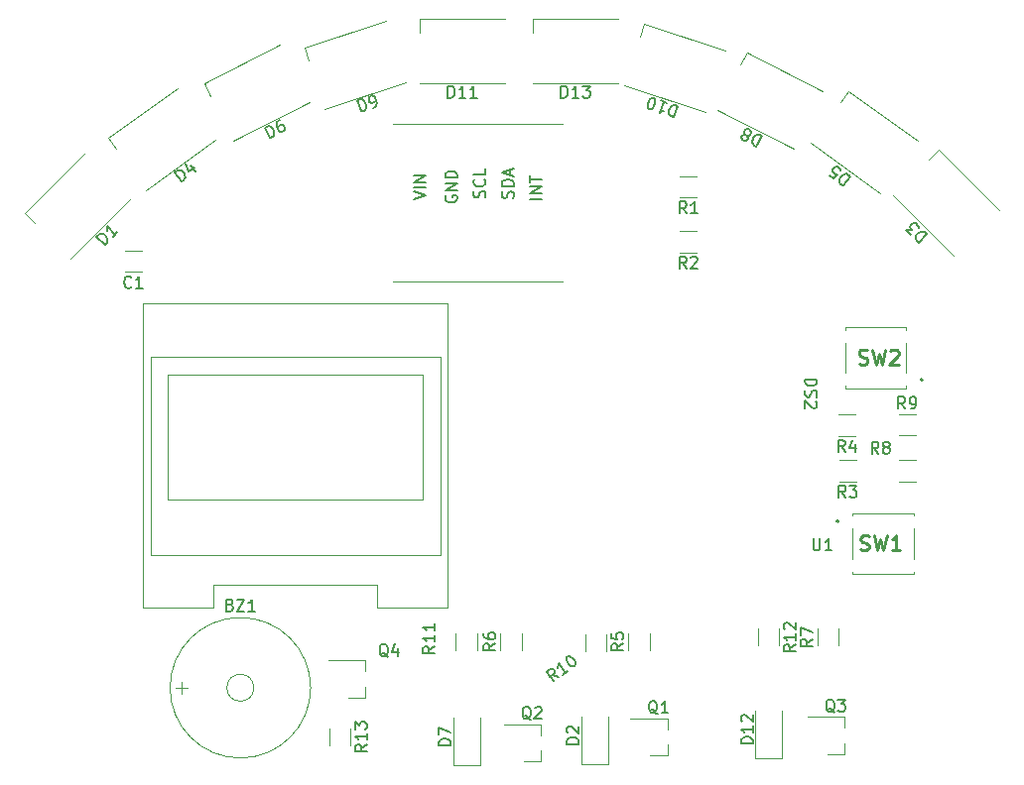
<source format=gbr>
%TF.GenerationSoftware,KiCad,Pcbnew,(5.99.0-13050-gf79cb382c4)*%
%TF.CreationDate,2021-11-18T10:13:38-08:00*%
%TF.ProjectId,S_Alarm,535f416c-6172-46d2-9e6b-696361645f70,rev?*%
%TF.SameCoordinates,Original*%
%TF.FileFunction,Legend,Top*%
%TF.FilePolarity,Positive*%
%FSLAX46Y46*%
G04 Gerber Fmt 4.6, Leading zero omitted, Abs format (unit mm)*
G04 Created by KiCad (PCBNEW (5.99.0-13050-gf79cb382c4)) date 2021-11-18 10:13:38*
%MOMM*%
%LPD*%
G01*
G04 APERTURE LIST*
%ADD10C,0.150000*%
%ADD11C,0.254000*%
%ADD12C,0.120000*%
%ADD13C,0.100000*%
%ADD14C,0.200000*%
G04 APERTURE END LIST*
D10*
%TO.C,DS2*%
X143565619Y-62666714D02*
X144565619Y-62666714D01*
X144565619Y-62904809D01*
X144518000Y-63047666D01*
X144422761Y-63142904D01*
X144327523Y-63190523D01*
X144137047Y-63238142D01*
X143994190Y-63238142D01*
X143803714Y-63190523D01*
X143708476Y-63142904D01*
X143613238Y-63047666D01*
X143565619Y-62904809D01*
X143565619Y-62666714D01*
X143613238Y-63619095D02*
X143565619Y-63761952D01*
X143565619Y-64000047D01*
X143613238Y-64095285D01*
X143660857Y-64142904D01*
X143756095Y-64190523D01*
X143851333Y-64190523D01*
X143946571Y-64142904D01*
X143994190Y-64095285D01*
X144041809Y-64000047D01*
X144089428Y-63809571D01*
X144137047Y-63714333D01*
X144184666Y-63666714D01*
X144279904Y-63619095D01*
X144375142Y-63619095D01*
X144470380Y-63666714D01*
X144518000Y-63714333D01*
X144565619Y-63809571D01*
X144565619Y-64047666D01*
X144518000Y-64190523D01*
X144470380Y-64571476D02*
X144518000Y-64619095D01*
X144565619Y-64714333D01*
X144565619Y-64952428D01*
X144518000Y-65047666D01*
X144470380Y-65095285D01*
X144375142Y-65142904D01*
X144279904Y-65142904D01*
X144137047Y-65095285D01*
X143565619Y-64523857D01*
X143565619Y-65142904D01*
%TO.C,D3*%
X153941919Y-50301904D02*
X153234813Y-51009011D01*
X153066454Y-50840652D01*
X152999110Y-50705965D01*
X152999110Y-50571278D01*
X153032782Y-50470263D01*
X153133797Y-50301904D01*
X153234813Y-50200889D01*
X153403171Y-50099873D01*
X153504187Y-50066202D01*
X153638874Y-50066202D01*
X153773561Y-50133545D01*
X153941919Y-50301904D01*
X152595049Y-50369248D02*
X152157316Y-49931515D01*
X152662393Y-49897843D01*
X152561377Y-49796828D01*
X152527706Y-49695812D01*
X152527706Y-49628469D01*
X152561377Y-49527454D01*
X152729736Y-49359095D01*
X152830751Y-49325423D01*
X152898095Y-49325423D01*
X152999110Y-49359095D01*
X153201141Y-49561125D01*
X153234813Y-49662141D01*
X153234813Y-49729484D01*
%TO.C,D12*%
X139094380Y-93797285D02*
X138094380Y-93797285D01*
X138094380Y-93559190D01*
X138142000Y-93416333D01*
X138237238Y-93321095D01*
X138332476Y-93273476D01*
X138522952Y-93225857D01*
X138665809Y-93225857D01*
X138856285Y-93273476D01*
X138951523Y-93321095D01*
X139046761Y-93416333D01*
X139094380Y-93559190D01*
X139094380Y-93797285D01*
X139094380Y-92273476D02*
X139094380Y-92844904D01*
X139094380Y-92559190D02*
X138094380Y-92559190D01*
X138237238Y-92654428D01*
X138332476Y-92749666D01*
X138380095Y-92844904D01*
X138189619Y-91892523D02*
X138142000Y-91844904D01*
X138094380Y-91749666D01*
X138094380Y-91511571D01*
X138142000Y-91416333D01*
X138189619Y-91368714D01*
X138284857Y-91321095D01*
X138380095Y-91321095D01*
X138522952Y-91368714D01*
X139094380Y-91940142D01*
X139094380Y-91321095D01*
%TO.C,D9*%
X105675382Y-39801021D02*
X105366365Y-38849965D01*
X105592807Y-38776389D01*
X105743387Y-38777532D01*
X105863394Y-38838679D01*
X105938113Y-38914541D01*
X106042261Y-39080979D01*
X106086407Y-39216845D01*
X106099979Y-39412713D01*
X106084120Y-39518005D01*
X106022974Y-39638012D01*
X105901824Y-39727446D01*
X105675382Y-39801021D01*
X106671727Y-39477289D02*
X106852880Y-39418429D01*
X106928742Y-39343710D01*
X106959315Y-39283707D01*
X107005747Y-39118411D01*
X106992175Y-38922543D01*
X106874454Y-38560235D01*
X106799735Y-38484374D01*
X106739732Y-38453800D01*
X106634440Y-38437942D01*
X106453286Y-38496803D01*
X106377425Y-38571521D01*
X106346851Y-38631525D01*
X106330993Y-38736817D01*
X106404569Y-38963259D01*
X106479287Y-39039120D01*
X106539291Y-39069694D01*
X106644583Y-39085552D01*
X106825736Y-39026691D01*
X106901598Y-38951973D01*
X106932171Y-38891969D01*
X106948029Y-38786677D01*
%TO.C,C1*%
X86066333Y-54785142D02*
X86018714Y-54832761D01*
X85875857Y-54880380D01*
X85780619Y-54880380D01*
X85637761Y-54832761D01*
X85542523Y-54737523D01*
X85494904Y-54642285D01*
X85447285Y-54451809D01*
X85447285Y-54308952D01*
X85494904Y-54118476D01*
X85542523Y-54023238D01*
X85637761Y-53928000D01*
X85780619Y-53880380D01*
X85875857Y-53880380D01*
X86018714Y-53928000D01*
X86066333Y-53975619D01*
X87018714Y-54880380D02*
X86447285Y-54880380D01*
X86733000Y-54880380D02*
X86733000Y-53880380D01*
X86637761Y-54023238D01*
X86542523Y-54118476D01*
X86447285Y-54166095D01*
%TO.C,R1*%
X133437333Y-48500380D02*
X133104000Y-48024190D01*
X132865904Y-48500380D02*
X132865904Y-47500380D01*
X133246857Y-47500380D01*
X133342095Y-47548000D01*
X133389714Y-47595619D01*
X133437333Y-47690857D01*
X133437333Y-47833714D01*
X133389714Y-47928952D01*
X133342095Y-47976571D01*
X133246857Y-48024190D01*
X132865904Y-48024190D01*
X134389714Y-48500380D02*
X133818285Y-48500380D01*
X134104000Y-48500380D02*
X134104000Y-47500380D01*
X134008761Y-47643238D01*
X133913523Y-47738476D01*
X133818285Y-47786095D01*
%TO.C,R7*%
X144174380Y-84875666D02*
X143698190Y-85209000D01*
X144174380Y-85447095D02*
X143174380Y-85447095D01*
X143174380Y-85066142D01*
X143222000Y-84970904D01*
X143269619Y-84923285D01*
X143364857Y-84875666D01*
X143507714Y-84875666D01*
X143602952Y-84923285D01*
X143650571Y-84970904D01*
X143698190Y-85066142D01*
X143698190Y-85447095D01*
X143174380Y-84542333D02*
X143174380Y-83875666D01*
X144174380Y-84304238D01*
D11*
%TO.C,SW2*%
X148162665Y-61347048D02*
X148344094Y-61407524D01*
X148646475Y-61407524D01*
X148767427Y-61347048D01*
X148827903Y-61286572D01*
X148888379Y-61165620D01*
X148888379Y-61044667D01*
X148827903Y-60923715D01*
X148767427Y-60863239D01*
X148646475Y-60802762D01*
X148404570Y-60742286D01*
X148283618Y-60681810D01*
X148223141Y-60621334D01*
X148162665Y-60500381D01*
X148162665Y-60379429D01*
X148223141Y-60258477D01*
X148283618Y-60198001D01*
X148404570Y-60137524D01*
X148706951Y-60137524D01*
X148888379Y-60198001D01*
X149311713Y-60137524D02*
X149614094Y-61407524D01*
X149855999Y-60500381D01*
X150097903Y-61407524D01*
X150400284Y-60137524D01*
X150823618Y-60258477D02*
X150884094Y-60198001D01*
X151005046Y-60137524D01*
X151307427Y-60137524D01*
X151428379Y-60198001D01*
X151488856Y-60258477D01*
X151549332Y-60379429D01*
X151549332Y-60500381D01*
X151488856Y-60681810D01*
X150763141Y-61407524D01*
X151549332Y-61407524D01*
D10*
%TO.C,R6*%
X117123380Y-85256666D02*
X116647190Y-85590000D01*
X117123380Y-85828095D02*
X116123380Y-85828095D01*
X116123380Y-85447142D01*
X116171000Y-85351904D01*
X116218619Y-85304285D01*
X116313857Y-85256666D01*
X116456714Y-85256666D01*
X116551952Y-85304285D01*
X116599571Y-85351904D01*
X116647190Y-85447142D01*
X116647190Y-85828095D01*
X116123380Y-84399523D02*
X116123380Y-84590000D01*
X116171000Y-84685238D01*
X116218619Y-84732857D01*
X116361476Y-84828095D01*
X116551952Y-84875714D01*
X116932904Y-84875714D01*
X117028142Y-84828095D01*
X117075761Y-84780476D01*
X117123380Y-84685238D01*
X117123380Y-84494761D01*
X117075761Y-84399523D01*
X117028142Y-84351904D01*
X116932904Y-84304285D01*
X116694809Y-84304285D01*
X116599571Y-84351904D01*
X116551952Y-84399523D01*
X116504333Y-84494761D01*
X116504333Y-84685238D01*
X116551952Y-84780476D01*
X116599571Y-84828095D01*
X116694809Y-84875714D01*
%TO.C,R11*%
X111958380Y-85478857D02*
X111482190Y-85812190D01*
X111958380Y-86050285D02*
X110958380Y-86050285D01*
X110958380Y-85669333D01*
X111006000Y-85574095D01*
X111053619Y-85526476D01*
X111148857Y-85478857D01*
X111291714Y-85478857D01*
X111386952Y-85526476D01*
X111434571Y-85574095D01*
X111482190Y-85669333D01*
X111482190Y-86050285D01*
X111958380Y-84526476D02*
X111958380Y-85097904D01*
X111958380Y-84812190D02*
X110958380Y-84812190D01*
X111101238Y-84907428D01*
X111196476Y-85002666D01*
X111244095Y-85097904D01*
X111958380Y-83574095D02*
X111958380Y-84145523D01*
X111958380Y-83859809D02*
X110958380Y-83859809D01*
X111101238Y-83955047D01*
X111196476Y-84050285D01*
X111244095Y-84145523D01*
%TO.C,R12*%
X142734380Y-85351857D02*
X142258190Y-85685190D01*
X142734380Y-85923285D02*
X141734380Y-85923285D01*
X141734380Y-85542333D01*
X141782000Y-85447095D01*
X141829619Y-85399476D01*
X141924857Y-85351857D01*
X142067714Y-85351857D01*
X142162952Y-85399476D01*
X142210571Y-85447095D01*
X142258190Y-85542333D01*
X142258190Y-85923285D01*
X142734380Y-84399476D02*
X142734380Y-84970904D01*
X142734380Y-84685190D02*
X141734380Y-84685190D01*
X141877238Y-84780428D01*
X141972476Y-84875666D01*
X142020095Y-84970904D01*
X141829619Y-84018523D02*
X141782000Y-83970904D01*
X141734380Y-83875666D01*
X141734380Y-83637571D01*
X141782000Y-83542333D01*
X141829619Y-83494714D01*
X141924857Y-83447095D01*
X142020095Y-83447095D01*
X142162952Y-83494714D01*
X142734380Y-84066142D01*
X142734380Y-83447095D01*
%TO.C,R10*%
X122554820Y-88119845D02*
X122005250Y-87930528D01*
X122092525Y-88455723D02*
X121504739Y-87646706D01*
X121812936Y-87422787D01*
X121917975Y-87405332D01*
X121984490Y-87415867D01*
X122078994Y-87464927D01*
X122162963Y-87580501D01*
X122180418Y-87685540D01*
X122169883Y-87752054D01*
X122120824Y-87846558D01*
X121812627Y-88070476D01*
X123325312Y-87560050D02*
X122863017Y-87895927D01*
X123094165Y-87727988D02*
X122506379Y-86918971D01*
X122513299Y-87090525D01*
X122492230Y-87223554D01*
X122443170Y-87318058D01*
X123238347Y-86387166D02*
X123315396Y-86331186D01*
X123420435Y-86313731D01*
X123486950Y-86324266D01*
X123581454Y-86373326D01*
X123731938Y-86499434D01*
X123871887Y-86692057D01*
X123945321Y-86874146D01*
X123962776Y-86979185D01*
X123952241Y-87045699D01*
X123903182Y-87140203D01*
X123826132Y-87196183D01*
X123721093Y-87213638D01*
X123654579Y-87203103D01*
X123560075Y-87154043D01*
X123409591Y-87027935D01*
X123269642Y-86835312D01*
X123196208Y-86653223D01*
X123178753Y-86548184D01*
X123189288Y-86481670D01*
X123238347Y-86387166D01*
%TO.C,Q4*%
X107981761Y-86399619D02*
X107886523Y-86352000D01*
X107791285Y-86256761D01*
X107648428Y-86113904D01*
X107553190Y-86066285D01*
X107457952Y-86066285D01*
X107505571Y-86304380D02*
X107410333Y-86256761D01*
X107315095Y-86161523D01*
X107267476Y-85971047D01*
X107267476Y-85637714D01*
X107315095Y-85447238D01*
X107410333Y-85352000D01*
X107505571Y-85304380D01*
X107696047Y-85304380D01*
X107791285Y-85352000D01*
X107886523Y-85447238D01*
X107934142Y-85637714D01*
X107934142Y-85971047D01*
X107886523Y-86161523D01*
X107791285Y-86256761D01*
X107696047Y-86304380D01*
X107505571Y-86304380D01*
X108791285Y-85637714D02*
X108791285Y-86304380D01*
X108553190Y-85256761D02*
X108315095Y-85971047D01*
X108934142Y-85971047D01*
%TO.C,D13*%
X122737714Y-38623380D02*
X122737714Y-37623380D01*
X122975809Y-37623380D01*
X123118666Y-37671000D01*
X123213904Y-37766238D01*
X123261523Y-37861476D01*
X123309142Y-38051952D01*
X123309142Y-38194809D01*
X123261523Y-38385285D01*
X123213904Y-38480523D01*
X123118666Y-38575761D01*
X122975809Y-38623380D01*
X122737714Y-38623380D01*
X124261523Y-38623380D02*
X123690095Y-38623380D01*
X123975809Y-38623380D02*
X123975809Y-37623380D01*
X123880571Y-37766238D01*
X123785333Y-37861476D01*
X123690095Y-37909095D01*
X124594857Y-37623380D02*
X125213904Y-37623380D01*
X124880571Y-38004333D01*
X125023428Y-38004333D01*
X125118666Y-38051952D01*
X125166285Y-38099571D01*
X125213904Y-38194809D01*
X125213904Y-38432904D01*
X125166285Y-38528142D01*
X125118666Y-38575761D01*
X125023428Y-38623380D01*
X124737714Y-38623380D01*
X124642476Y-38575761D01*
X124594857Y-38528142D01*
%TO.C,R13*%
X106158380Y-93860857D02*
X105682190Y-94194190D01*
X106158380Y-94432285D02*
X105158380Y-94432285D01*
X105158380Y-94051333D01*
X105206000Y-93956095D01*
X105253619Y-93908476D01*
X105348857Y-93860857D01*
X105491714Y-93860857D01*
X105586952Y-93908476D01*
X105634571Y-93956095D01*
X105682190Y-94051333D01*
X105682190Y-94432285D01*
X106158380Y-92908476D02*
X106158380Y-93479904D01*
X106158380Y-93194190D02*
X105158380Y-93194190D01*
X105301238Y-93289428D01*
X105396476Y-93384666D01*
X105444095Y-93479904D01*
X105158380Y-92575142D02*
X105158380Y-91956095D01*
X105539333Y-92289428D01*
X105539333Y-92146571D01*
X105586952Y-92051333D01*
X105634571Y-92003714D01*
X105729809Y-91956095D01*
X105967904Y-91956095D01*
X106063142Y-92003714D01*
X106110761Y-92051333D01*
X106158380Y-92146571D01*
X106158380Y-92432285D01*
X106110761Y-92527523D01*
X106063142Y-92575142D01*
%TO.C,Q2*%
X120173761Y-91773619D02*
X120078523Y-91726000D01*
X119983285Y-91630761D01*
X119840428Y-91487904D01*
X119745190Y-91440285D01*
X119649952Y-91440285D01*
X119697571Y-91678380D02*
X119602333Y-91630761D01*
X119507095Y-91535523D01*
X119459476Y-91345047D01*
X119459476Y-91011714D01*
X119507095Y-90821238D01*
X119602333Y-90726000D01*
X119697571Y-90678380D01*
X119888047Y-90678380D01*
X119983285Y-90726000D01*
X120078523Y-90821238D01*
X120126142Y-91011714D01*
X120126142Y-91345047D01*
X120078523Y-91535523D01*
X119983285Y-91630761D01*
X119888047Y-91678380D01*
X119697571Y-91678380D01*
X120507095Y-90773619D02*
X120554714Y-90726000D01*
X120649952Y-90678380D01*
X120888047Y-90678380D01*
X120983285Y-90726000D01*
X121030904Y-90773619D01*
X121078523Y-90868857D01*
X121078523Y-90964095D01*
X121030904Y-91106952D01*
X120459476Y-91678380D01*
X121078523Y-91678380D01*
%TO.C,D4*%
X90372019Y-45795384D02*
X89784234Y-44986367D01*
X89976857Y-44846418D01*
X90120420Y-44800973D01*
X90253449Y-44822043D01*
X90347953Y-44871102D01*
X90498437Y-44997211D01*
X90582406Y-45112785D01*
X90655841Y-45294873D01*
X90673296Y-45399912D01*
X90652226Y-45532941D01*
X90564642Y-45655435D01*
X90372019Y-45795384D01*
X91135900Y-44416346D02*
X91527757Y-44955691D01*
X90719359Y-44248098D02*
X90946583Y-44965916D01*
X91447403Y-44602049D01*
%TO.C,D1*%
X83806843Y-51195667D02*
X83099736Y-50488561D01*
X83268095Y-50320202D01*
X83402782Y-50252858D01*
X83537469Y-50252858D01*
X83638484Y-50286530D01*
X83806843Y-50387545D01*
X83907858Y-50488561D01*
X84008874Y-50656919D01*
X84042545Y-50757935D01*
X84042545Y-50892622D01*
X83975202Y-51027309D01*
X83806843Y-51195667D01*
X84884339Y-50118171D02*
X84480278Y-50522232D01*
X84682309Y-50320202D02*
X83975202Y-49613095D01*
X84008874Y-49781454D01*
X84008874Y-49916141D01*
X83975202Y-50017156D01*
%TO.C,R3*%
X147022333Y-72757383D02*
X146689000Y-72281193D01*
X146450904Y-72757383D02*
X146450904Y-71757383D01*
X146831857Y-71757383D01*
X146927095Y-71805003D01*
X146974714Y-71852622D01*
X147022333Y-71947860D01*
X147022333Y-72090717D01*
X146974714Y-72185955D01*
X146927095Y-72233574D01*
X146831857Y-72281193D01*
X146450904Y-72281193D01*
X147355666Y-71757383D02*
X147974714Y-71757383D01*
X147641380Y-72138336D01*
X147784238Y-72138336D01*
X147879476Y-72185955D01*
X147927095Y-72233574D01*
X147974714Y-72328812D01*
X147974714Y-72566907D01*
X147927095Y-72662145D01*
X147879476Y-72709764D01*
X147784238Y-72757383D01*
X147498523Y-72757383D01*
X147403285Y-72709764D01*
X147355666Y-72662145D01*
%TO.C,D11*%
X113085714Y-38623380D02*
X113085714Y-37623380D01*
X113323809Y-37623380D01*
X113466666Y-37671000D01*
X113561904Y-37766238D01*
X113609523Y-37861476D01*
X113657142Y-38051952D01*
X113657142Y-38194809D01*
X113609523Y-38385285D01*
X113561904Y-38480523D01*
X113466666Y-38575761D01*
X113323809Y-38623380D01*
X113085714Y-38623380D01*
X114609523Y-38623380D02*
X114038095Y-38623380D01*
X114323809Y-38623380D02*
X114323809Y-37623380D01*
X114228571Y-37766238D01*
X114133333Y-37861476D01*
X114038095Y-37909095D01*
X115561904Y-38623380D02*
X114990476Y-38623380D01*
X115276190Y-38623380D02*
X115276190Y-37623380D01*
X115180952Y-37766238D01*
X115085714Y-37861476D01*
X114990476Y-37909095D01*
%TO.C,R9*%
X152102333Y-65180382D02*
X151769000Y-64704192D01*
X151530904Y-65180382D02*
X151530904Y-64180382D01*
X151911857Y-64180382D01*
X152007095Y-64228002D01*
X152054714Y-64275621D01*
X152102333Y-64370859D01*
X152102333Y-64513716D01*
X152054714Y-64608954D01*
X152007095Y-64656573D01*
X151911857Y-64704192D01*
X151530904Y-64704192D01*
X152578523Y-65180382D02*
X152769000Y-65180382D01*
X152864238Y-65132763D01*
X152911857Y-65085144D01*
X153007095Y-64942287D01*
X153054714Y-64751811D01*
X153054714Y-64370859D01*
X153007095Y-64275621D01*
X152959476Y-64228002D01*
X152864238Y-64180382D01*
X152673761Y-64180382D01*
X152578523Y-64228002D01*
X152530904Y-64275621D01*
X152483285Y-64370859D01*
X152483285Y-64608954D01*
X152530904Y-64704192D01*
X152578523Y-64751811D01*
X152673761Y-64799430D01*
X152864238Y-64799430D01*
X152959476Y-64751811D01*
X153007095Y-64704192D01*
X153054714Y-64608954D01*
%TO.C,D6*%
X97910695Y-42083685D02*
X97456705Y-41192679D01*
X97668849Y-41084586D01*
X97817755Y-41062159D01*
X97945850Y-41103779D01*
X98031516Y-41167018D01*
X98160419Y-41315115D01*
X98225275Y-41442402D01*
X98269320Y-41633736D01*
X98270129Y-41740213D01*
X98228508Y-41868307D01*
X98122840Y-41975592D01*
X97910695Y-42083685D01*
X98729571Y-40544121D02*
X98559856Y-40630595D01*
X98496617Y-40716261D01*
X98475806Y-40780309D01*
X98455804Y-40950832D01*
X98499850Y-41142167D01*
X98672799Y-41481598D01*
X98758465Y-41544837D01*
X98822512Y-41565647D01*
X98928989Y-41564839D01*
X99098704Y-41478364D01*
X99161943Y-41392698D01*
X99182754Y-41328651D01*
X99181945Y-41222175D01*
X99073852Y-41010030D01*
X98988186Y-40946791D01*
X98924139Y-40925981D01*
X98817662Y-40926789D01*
X98647947Y-41013263D01*
X98584708Y-41098929D01*
X98563897Y-41162977D01*
X98564706Y-41269453D01*
%TO.C,R5*%
X128045380Y-85256666D02*
X127569190Y-85590000D01*
X128045380Y-85828095D02*
X127045380Y-85828095D01*
X127045380Y-85447142D01*
X127093000Y-85351904D01*
X127140619Y-85304285D01*
X127235857Y-85256666D01*
X127378714Y-85256666D01*
X127473952Y-85304285D01*
X127521571Y-85351904D01*
X127569190Y-85447142D01*
X127569190Y-85828095D01*
X127045380Y-84351904D02*
X127045380Y-84828095D01*
X127521571Y-84875714D01*
X127473952Y-84828095D01*
X127426333Y-84732857D01*
X127426333Y-84494761D01*
X127473952Y-84399523D01*
X127521571Y-84351904D01*
X127616809Y-84304285D01*
X127854904Y-84304285D01*
X127950142Y-84351904D01*
X127997761Y-84399523D01*
X128045380Y-84494761D01*
X128045380Y-84732857D01*
X127997761Y-84828095D01*
X127950142Y-84875714D01*
%TO.C,D10*%
X132674088Y-39341693D02*
X132365071Y-40292749D01*
X132138629Y-40219174D01*
X132017479Y-40129740D01*
X131956332Y-40009733D01*
X131940474Y-39904441D01*
X131954046Y-39708572D01*
X131998192Y-39572707D01*
X132102340Y-39406269D01*
X132177059Y-39330407D01*
X132297066Y-39269260D01*
X132447646Y-39268117D01*
X132674088Y-39341693D01*
X131224859Y-38870810D02*
X131768320Y-39047391D01*
X131496590Y-38959100D02*
X131187573Y-39910157D01*
X131322295Y-39803722D01*
X131442302Y-39742575D01*
X131547594Y-39726717D01*
X130327093Y-39630570D02*
X130236516Y-39601140D01*
X130160654Y-39526421D01*
X130130081Y-39466418D01*
X130114223Y-39361126D01*
X130127795Y-39165257D01*
X130201370Y-38938815D01*
X130305519Y-38772376D01*
X130380238Y-38696515D01*
X130440241Y-38665941D01*
X130545533Y-38650083D01*
X130636110Y-38679513D01*
X130711972Y-38754232D01*
X130742545Y-38814235D01*
X130758403Y-38919527D01*
X130744831Y-39115396D01*
X130671256Y-39341838D01*
X130567107Y-39508277D01*
X130492388Y-39584138D01*
X130432385Y-39614712D01*
X130327093Y-39630570D01*
%TO.C,D5*%
X147395786Y-45317416D02*
X146808001Y-46126433D01*
X146615378Y-45986484D01*
X146527794Y-45863990D01*
X146506724Y-45730962D01*
X146524179Y-45625923D01*
X146597613Y-45443834D01*
X146681583Y-45328260D01*
X146832066Y-45202152D01*
X146926570Y-45153092D01*
X147059599Y-45132023D01*
X147203163Y-45177467D01*
X147395786Y-45317416D01*
X145613738Y-45258750D02*
X145998984Y-45538648D01*
X146317406Y-45181391D01*
X146250892Y-45191926D01*
X146145853Y-45174471D01*
X145953230Y-45034522D01*
X145904170Y-44940018D01*
X145893635Y-44873504D01*
X145911090Y-44768465D01*
X146051039Y-44575842D01*
X146145543Y-44526782D01*
X146212058Y-44516248D01*
X146317097Y-44533702D01*
X146509720Y-44673651D01*
X146558779Y-44768155D01*
X146569314Y-44834670D01*
%TO.C,R8*%
X149820333Y-69032380D02*
X149487000Y-68556190D01*
X149248904Y-69032380D02*
X149248904Y-68032380D01*
X149629857Y-68032380D01*
X149725095Y-68080000D01*
X149772714Y-68127619D01*
X149820333Y-68222857D01*
X149820333Y-68365714D01*
X149772714Y-68460952D01*
X149725095Y-68508571D01*
X149629857Y-68556190D01*
X149248904Y-68556190D01*
X150391761Y-68460952D02*
X150296523Y-68413333D01*
X150248904Y-68365714D01*
X150201285Y-68270476D01*
X150201285Y-68222857D01*
X150248904Y-68127619D01*
X150296523Y-68080000D01*
X150391761Y-68032380D01*
X150582238Y-68032380D01*
X150677476Y-68080000D01*
X150725095Y-68127619D01*
X150772714Y-68222857D01*
X150772714Y-68270476D01*
X150725095Y-68365714D01*
X150677476Y-68413333D01*
X150582238Y-68460952D01*
X150391761Y-68460952D01*
X150296523Y-68508571D01*
X150248904Y-68556190D01*
X150201285Y-68651428D01*
X150201285Y-68841904D01*
X150248904Y-68937142D01*
X150296523Y-68984761D01*
X150391761Y-69032380D01*
X150582238Y-69032380D01*
X150677476Y-68984761D01*
X150725095Y-68937142D01*
X150772714Y-68841904D01*
X150772714Y-68651428D01*
X150725095Y-68556190D01*
X150677476Y-68508571D01*
X150582238Y-68460952D01*
%TO.C,D2*%
X124235380Y-93829095D02*
X123235380Y-93829095D01*
X123235380Y-93591000D01*
X123283000Y-93448142D01*
X123378238Y-93352904D01*
X123473476Y-93305285D01*
X123663952Y-93257666D01*
X123806809Y-93257666D01*
X123997285Y-93305285D01*
X124092523Y-93352904D01*
X124187761Y-93448142D01*
X124235380Y-93591000D01*
X124235380Y-93829095D01*
X123330619Y-92876714D02*
X123283000Y-92829095D01*
X123235380Y-92733857D01*
X123235380Y-92495761D01*
X123283000Y-92400523D01*
X123330619Y-92352904D01*
X123425857Y-92305285D01*
X123521095Y-92305285D01*
X123663952Y-92352904D01*
X124235380Y-92924333D01*
X124235380Y-92305285D01*
%TO.C,R4*%
X146965335Y-68889383D02*
X146632002Y-68413193D01*
X146393906Y-68889383D02*
X146393906Y-67889383D01*
X146774859Y-67889383D01*
X146870097Y-67937003D01*
X146917716Y-67984622D01*
X146965335Y-68079860D01*
X146965335Y-68222717D01*
X146917716Y-68317955D01*
X146870097Y-68365574D01*
X146774859Y-68413193D01*
X146393906Y-68413193D01*
X147822478Y-68222717D02*
X147822478Y-68889383D01*
X147584382Y-67841764D02*
X147346287Y-68556050D01*
X147965335Y-68556050D01*
%TO.C,R2*%
X133437333Y-53199380D02*
X133104000Y-52723190D01*
X132865904Y-53199380D02*
X132865904Y-52199380D01*
X133246857Y-52199380D01*
X133342095Y-52247000D01*
X133389714Y-52294619D01*
X133437333Y-52389857D01*
X133437333Y-52532714D01*
X133389714Y-52627952D01*
X133342095Y-52675571D01*
X133246857Y-52723190D01*
X132865904Y-52723190D01*
X133818285Y-52294619D02*
X133865904Y-52247000D01*
X133961142Y-52199380D01*
X134199238Y-52199380D01*
X134294476Y-52247000D01*
X134342095Y-52294619D01*
X134389714Y-52389857D01*
X134389714Y-52485095D01*
X134342095Y-52627952D01*
X133770666Y-53199380D01*
X134389714Y-53199380D01*
%TO.C,D8*%
X139863057Y-41912536D02*
X139409066Y-42803543D01*
X139196922Y-42695450D01*
X139091254Y-42588165D01*
X139049633Y-42460070D01*
X139050442Y-42353594D01*
X139094487Y-42162260D01*
X139159343Y-42034973D01*
X139288246Y-41886876D01*
X139373912Y-41823637D01*
X139502007Y-41782016D01*
X139650912Y-41804443D01*
X139863057Y-41912536D01*
X138585341Y-41902837D02*
X138648580Y-41988503D01*
X138669390Y-42052550D01*
X138668582Y-42159027D01*
X138646963Y-42201455D01*
X138561297Y-42264695D01*
X138497250Y-42285505D01*
X138390773Y-42284697D01*
X138221058Y-42198222D01*
X138157818Y-42112556D01*
X138137008Y-42048509D01*
X138137816Y-41942032D01*
X138159435Y-41899603D01*
X138245101Y-41836364D01*
X138309149Y-41815554D01*
X138415625Y-41816362D01*
X138585341Y-41902837D01*
X138691817Y-41903645D01*
X138755864Y-41882835D01*
X138841530Y-41819595D01*
X138928005Y-41649880D01*
X138928813Y-41543404D01*
X138908003Y-41479356D01*
X138844764Y-41393690D01*
X138675048Y-41307216D01*
X138568572Y-41306407D01*
X138504524Y-41327218D01*
X138418858Y-41390457D01*
X138332384Y-41560172D01*
X138331576Y-41666649D01*
X138352386Y-41730696D01*
X138415625Y-41816362D01*
%TO.C,D7*%
X113313380Y-93956095D02*
X112313380Y-93956095D01*
X112313380Y-93718000D01*
X112361000Y-93575142D01*
X112456238Y-93479904D01*
X112551476Y-93432285D01*
X112741952Y-93384666D01*
X112884809Y-93384666D01*
X113075285Y-93432285D01*
X113170523Y-93479904D01*
X113265761Y-93575142D01*
X113313380Y-93718000D01*
X113313380Y-93956095D01*
X112313380Y-93051333D02*
X112313380Y-92384666D01*
X113313380Y-92813238D01*
%TO.C,Q3*%
X146081761Y-91138619D02*
X145986523Y-91091000D01*
X145891285Y-90995761D01*
X145748428Y-90852904D01*
X145653190Y-90805285D01*
X145557952Y-90805285D01*
X145605571Y-91043380D02*
X145510333Y-90995761D01*
X145415095Y-90900523D01*
X145367476Y-90710047D01*
X145367476Y-90376714D01*
X145415095Y-90186238D01*
X145510333Y-90091000D01*
X145605571Y-90043380D01*
X145796047Y-90043380D01*
X145891285Y-90091000D01*
X145986523Y-90186238D01*
X146034142Y-90376714D01*
X146034142Y-90710047D01*
X145986523Y-90900523D01*
X145891285Y-90995761D01*
X145796047Y-91043380D01*
X145605571Y-91043380D01*
X146367476Y-90043380D02*
X146986523Y-90043380D01*
X146653190Y-90424333D01*
X146796047Y-90424333D01*
X146891285Y-90471952D01*
X146938904Y-90519571D01*
X146986523Y-90614809D01*
X146986523Y-90852904D01*
X146938904Y-90948142D01*
X146891285Y-90995761D01*
X146796047Y-91043380D01*
X146510333Y-91043380D01*
X146415095Y-90995761D01*
X146367476Y-90948142D01*
%TO.C,U1*%
X144272095Y-76287380D02*
X144272095Y-77096904D01*
X144319714Y-77192142D01*
X144367333Y-77239761D01*
X144462571Y-77287380D01*
X144653047Y-77287380D01*
X144748285Y-77239761D01*
X144795904Y-77192142D01*
X144843523Y-77096904D01*
X144843523Y-76287380D01*
X145843523Y-77287380D02*
X145272095Y-77287380D01*
X145557809Y-77287380D02*
X145557809Y-76287380D01*
X145462571Y-76430238D01*
X145367333Y-76525476D01*
X145272095Y-76573095D01*
X110196380Y-47323238D02*
X111196380Y-46989904D01*
X110196380Y-46656571D01*
X111196380Y-46323238D02*
X110196380Y-46323238D01*
X111196380Y-45847047D02*
X110196380Y-45847047D01*
X111196380Y-45275619D01*
X110196380Y-45275619D01*
X116228761Y-47164476D02*
X116276380Y-47021619D01*
X116276380Y-46783523D01*
X116228761Y-46688285D01*
X116181142Y-46640666D01*
X116085904Y-46593047D01*
X115990666Y-46593047D01*
X115895428Y-46640666D01*
X115847809Y-46688285D01*
X115800190Y-46783523D01*
X115752571Y-46974000D01*
X115704952Y-47069238D01*
X115657333Y-47116857D01*
X115562095Y-47164476D01*
X115466857Y-47164476D01*
X115371619Y-47116857D01*
X115324000Y-47069238D01*
X115276380Y-46974000D01*
X115276380Y-46735904D01*
X115324000Y-46593047D01*
X116181142Y-45593047D02*
X116228761Y-45640666D01*
X116276380Y-45783523D01*
X116276380Y-45878761D01*
X116228761Y-46021619D01*
X116133523Y-46116857D01*
X116038285Y-46164476D01*
X115847809Y-46212095D01*
X115704952Y-46212095D01*
X115514476Y-46164476D01*
X115419238Y-46116857D01*
X115324000Y-46021619D01*
X115276380Y-45878761D01*
X115276380Y-45783523D01*
X115324000Y-45640666D01*
X115371619Y-45593047D01*
X116276380Y-44688285D02*
X116276380Y-45164476D01*
X115276380Y-45164476D01*
X121102380Y-47259761D02*
X120102380Y-47259761D01*
X121102380Y-46783571D02*
X120102380Y-46783571D01*
X121102380Y-46212142D01*
X120102380Y-46212142D01*
X120102380Y-45878809D02*
X120102380Y-45307380D01*
X121102380Y-45593095D02*
X120102380Y-45593095D01*
X112911000Y-46989904D02*
X112863380Y-47085142D01*
X112863380Y-47228000D01*
X112911000Y-47370857D01*
X113006238Y-47466095D01*
X113101476Y-47513714D01*
X113291952Y-47561333D01*
X113434809Y-47561333D01*
X113625285Y-47513714D01*
X113720523Y-47466095D01*
X113815761Y-47370857D01*
X113863380Y-47228000D01*
X113863380Y-47132761D01*
X113815761Y-46989904D01*
X113768142Y-46942285D01*
X113434809Y-46942285D01*
X113434809Y-47132761D01*
X113863380Y-46513714D02*
X112863380Y-46513714D01*
X113863380Y-45942285D01*
X112863380Y-45942285D01*
X113863380Y-45466095D02*
X112863380Y-45466095D01*
X112863380Y-45228000D01*
X112911000Y-45085142D01*
X113006238Y-44989904D01*
X113101476Y-44942285D01*
X113291952Y-44894666D01*
X113434809Y-44894666D01*
X113625285Y-44942285D01*
X113720523Y-44989904D01*
X113815761Y-45085142D01*
X113863380Y-45228000D01*
X113863380Y-45466095D01*
X118641761Y-47188285D02*
X118689380Y-47045428D01*
X118689380Y-46807333D01*
X118641761Y-46712095D01*
X118594142Y-46664476D01*
X118498904Y-46616857D01*
X118403666Y-46616857D01*
X118308428Y-46664476D01*
X118260809Y-46712095D01*
X118213190Y-46807333D01*
X118165571Y-46997809D01*
X118117952Y-47093047D01*
X118070333Y-47140666D01*
X117975095Y-47188285D01*
X117879857Y-47188285D01*
X117784619Y-47140666D01*
X117737000Y-47093047D01*
X117689380Y-46997809D01*
X117689380Y-46759714D01*
X117737000Y-46616857D01*
X118689380Y-46188285D02*
X117689380Y-46188285D01*
X117689380Y-45950190D01*
X117737000Y-45807333D01*
X117832238Y-45712095D01*
X117927476Y-45664476D01*
X118117952Y-45616857D01*
X118260809Y-45616857D01*
X118451285Y-45664476D01*
X118546523Y-45712095D01*
X118641761Y-45807333D01*
X118689380Y-45950190D01*
X118689380Y-46188285D01*
X118403666Y-45235904D02*
X118403666Y-44759714D01*
X118689380Y-45331142D02*
X117689380Y-44997809D01*
X118689380Y-44664476D01*
%TO.C,BZ1*%
X94496047Y-81955571D02*
X94638904Y-82003190D01*
X94686523Y-82050809D01*
X94734142Y-82146047D01*
X94734142Y-82288904D01*
X94686523Y-82384142D01*
X94638904Y-82431761D01*
X94543666Y-82479380D01*
X94162714Y-82479380D01*
X94162714Y-81479380D01*
X94496047Y-81479380D01*
X94591285Y-81527000D01*
X94638904Y-81574619D01*
X94686523Y-81669857D01*
X94686523Y-81765095D01*
X94638904Y-81860333D01*
X94591285Y-81907952D01*
X94496047Y-81955571D01*
X94162714Y-81955571D01*
X95067476Y-81479380D02*
X95734142Y-81479380D01*
X95067476Y-82479380D01*
X95734142Y-82479380D01*
X96638904Y-82479380D02*
X96067476Y-82479380D01*
X96353190Y-82479380D02*
X96353190Y-81479380D01*
X96257952Y-81622238D01*
X96162714Y-81717476D01*
X96067476Y-81765095D01*
%TO.C,Q1*%
X130968761Y-91265619D02*
X130873523Y-91218000D01*
X130778285Y-91122761D01*
X130635428Y-90979904D01*
X130540190Y-90932285D01*
X130444952Y-90932285D01*
X130492571Y-91170380D02*
X130397333Y-91122761D01*
X130302095Y-91027523D01*
X130254476Y-90837047D01*
X130254476Y-90503714D01*
X130302095Y-90313238D01*
X130397333Y-90218000D01*
X130492571Y-90170380D01*
X130683047Y-90170380D01*
X130778285Y-90218000D01*
X130873523Y-90313238D01*
X130921142Y-90503714D01*
X130921142Y-90837047D01*
X130873523Y-91027523D01*
X130778285Y-91122761D01*
X130683047Y-91170380D01*
X130492571Y-91170380D01*
X131873523Y-91170380D02*
X131302095Y-91170380D01*
X131587809Y-91170380D02*
X131587809Y-90170380D01*
X131492571Y-90313238D01*
X131397333Y-90408476D01*
X131302095Y-90456095D01*
D11*
%TO.C,SW1*%
X148293666Y-77222047D02*
X148475095Y-77282523D01*
X148777476Y-77282523D01*
X148898428Y-77222047D01*
X148958904Y-77161571D01*
X149019380Y-77040619D01*
X149019380Y-76919666D01*
X148958904Y-76798714D01*
X148898428Y-76738238D01*
X148777476Y-76677761D01*
X148535571Y-76617285D01*
X148414619Y-76556809D01*
X148354142Y-76496333D01*
X148293666Y-76375380D01*
X148293666Y-76254428D01*
X148354142Y-76133476D01*
X148414619Y-76073000D01*
X148535571Y-76012523D01*
X148837952Y-76012523D01*
X149019380Y-76073000D01*
X149442714Y-76012523D02*
X149745095Y-77282523D01*
X149987000Y-76375380D01*
X150228904Y-77282523D01*
X150531285Y-76012523D01*
X151680333Y-77282523D02*
X150954619Y-77282523D01*
X151317476Y-77282523D02*
X151317476Y-76012523D01*
X151196523Y-76193952D01*
X151075571Y-76314904D01*
X150954619Y-76375380D01*
D12*
%TO.C,DS2*%
X93076000Y-82215000D02*
X87076000Y-82215000D01*
X93076000Y-80215000D02*
X93076000Y-82215000D01*
X113076000Y-56215000D02*
X113076000Y-82215000D01*
X107076000Y-82215000D02*
X107076000Y-80215000D01*
X107076000Y-80215000D02*
X93076000Y-80215000D01*
X87076000Y-82215000D02*
X87076000Y-56215000D01*
X87076000Y-56215000D02*
X113076000Y-56215000D01*
X113076000Y-82215000D02*
X107076000Y-82215000D01*
X87706000Y-60765000D02*
X112446000Y-60765000D01*
X112446000Y-60765000D02*
X112446000Y-77665000D01*
X112446000Y-77665000D02*
X87706000Y-77665000D01*
X87706000Y-77665000D02*
X87706000Y-60765000D01*
X89206000Y-62265000D02*
X110946000Y-62265000D01*
X110946000Y-62265000D02*
X110946000Y-72925000D01*
X110946000Y-72925000D02*
X89206000Y-72925000D01*
X89206000Y-72925000D02*
X89206000Y-62265000D01*
%TO.C,D3*%
X156211396Y-52150483D02*
X151049517Y-46988604D01*
X160100483Y-48261396D02*
X154938604Y-43099517D01*
X154938604Y-43099517D02*
X154125431Y-43912689D01*
%TO.C,D12*%
X139327000Y-90983000D02*
X139327000Y-95043000D01*
X139327000Y-95043000D02*
X141597000Y-95043000D01*
X141597000Y-95043000D02*
X141597000Y-90983000D01*
%TO.C,D9*%
X100834847Y-34326507D02*
X101190217Y-35420222D01*
X107777560Y-32070683D02*
X100834847Y-34326507D01*
X109477153Y-37301493D02*
X102534440Y-39557317D01*
%TO.C,C1*%
X86944252Y-51668000D02*
X85521748Y-51668000D01*
X86944252Y-53488000D02*
X85521748Y-53488000D01*
%TO.C,R1*%
X134331064Y-45318000D02*
X132876936Y-45318000D01*
X134331064Y-47138000D02*
X132876936Y-47138000D01*
%TO.C,R7*%
X146452000Y-85436064D02*
X146452000Y-83981936D01*
X144632000Y-85436064D02*
X144632000Y-83981936D01*
D13*
%TO.C,SW2*%
X147005999Y-59533001D02*
X147005999Y-62133001D01*
X152205999Y-59533001D02*
X152205999Y-62133001D01*
X152205999Y-58433001D02*
X152205999Y-58233001D01*
D14*
X153405999Y-62733001D02*
X153405999Y-62733001D01*
D13*
X152205999Y-58233001D02*
X147005999Y-58233001D01*
X147005999Y-63433001D02*
X147005999Y-63233001D01*
D14*
X153605999Y-62733001D02*
X153605999Y-62733001D01*
D13*
X147005999Y-58233001D02*
X147005999Y-58433001D01*
X152205999Y-63233001D02*
X152205999Y-63433001D01*
X152205999Y-63433001D02*
X147005999Y-63433001D01*
D14*
X153605999Y-62733001D02*
G75*
G03*
X153405999Y-62733001I-100000J0D01*
G01*
X153405999Y-62733001D02*
G75*
G03*
X153605999Y-62733001I100000J0D01*
G01*
D12*
%TO.C,R6*%
X119401000Y-85817064D02*
X119401000Y-84362936D01*
X117581000Y-85817064D02*
X117581000Y-84362936D01*
%TO.C,R11*%
X113771000Y-84362936D02*
X113771000Y-85817064D01*
X115591000Y-84362936D02*
X115591000Y-85817064D01*
%TO.C,R12*%
X139552000Y-83981936D02*
X139552000Y-85436064D01*
X141372000Y-83981936D02*
X141372000Y-85436064D01*
%TO.C,R10*%
X126640000Y-84489936D02*
X126640000Y-85944064D01*
X124820000Y-84489936D02*
X124820000Y-85944064D01*
%TO.C,Q4*%
X106043000Y-86685000D02*
X106043000Y-87615000D01*
X106043000Y-89845000D02*
X104583000Y-89845000D01*
X106043000Y-86685000D02*
X102883000Y-86685000D01*
X106043000Y-89845000D02*
X106043000Y-88915000D01*
%TO.C,D13*%
X127602000Y-37421000D02*
X120302000Y-37421000D01*
X120302000Y-31921000D02*
X120302000Y-33071000D01*
X127602000Y-31921000D02*
X120302000Y-31921000D01*
%TO.C,R13*%
X104796000Y-92490936D02*
X104796000Y-93945064D01*
X102976000Y-92490936D02*
X102976000Y-93945064D01*
%TO.C,Q2*%
X121029000Y-92146000D02*
X117869000Y-92146000D01*
X121029000Y-92146000D02*
X121029000Y-93076000D01*
X121029000Y-95306000D02*
X121029000Y-94376000D01*
X121029000Y-95306000D02*
X119569000Y-95306000D01*
%TO.C,D4*%
X84076679Y-42084619D02*
X84752632Y-43014989D01*
X93215321Y-42243381D02*
X87309497Y-46534213D01*
X89982503Y-37793787D02*
X84076679Y-42084619D01*
%TO.C,D1*%
X77008517Y-48515396D02*
X77821689Y-49328569D01*
X82170396Y-43353517D02*
X77008517Y-48515396D01*
X86059483Y-47242604D02*
X80897604Y-52404483D01*
%TO.C,R3*%
X147916064Y-71395003D02*
X146461936Y-71395003D01*
X147916064Y-69575003D02*
X146461936Y-69575003D01*
%TO.C,D11*%
X117950000Y-37421000D02*
X110650000Y-37421000D01*
X117950000Y-31921000D02*
X110650000Y-31921000D01*
X110650000Y-31921000D02*
X110650000Y-33071000D01*
%TO.C,R9*%
X151541936Y-65638002D02*
X152996064Y-65638002D01*
X151541936Y-67458002D02*
X152996064Y-67458002D01*
%TO.C,D6*%
X92273352Y-37433797D02*
X92795441Y-38458455D01*
X101274648Y-39020203D02*
X94770300Y-42334333D01*
X98777700Y-34119667D02*
X92273352Y-37433797D01*
%TO.C,R5*%
X128503000Y-85817064D02*
X128503000Y-84362936D01*
X130323000Y-85817064D02*
X130323000Y-84362936D01*
%TO.C,D10*%
X129839440Y-32324683D02*
X129484071Y-33418398D01*
X135082560Y-39811317D02*
X128139847Y-37555493D01*
X136782153Y-34580507D02*
X129839440Y-32324683D01*
%TO.C,D5*%
X149926503Y-46788213D02*
X144020679Y-42497381D01*
X147253497Y-38047787D02*
X146577544Y-38978157D01*
X153159321Y-42338619D02*
X147253497Y-38047787D01*
%TO.C,R8*%
X151541937Y-71395003D02*
X152996065Y-71395003D01*
X151541937Y-69575003D02*
X152996065Y-69575003D01*
%TO.C,D2*%
X124468000Y-95551000D02*
X126738000Y-95551000D01*
X126738000Y-95551000D02*
X126738000Y-91491000D01*
X124468000Y-91491000D02*
X124468000Y-95551000D01*
%TO.C,R4*%
X147859066Y-67527003D02*
X146404938Y-67527003D01*
X147859066Y-65707003D02*
X146404938Y-65707003D01*
%TO.C,R2*%
X134331064Y-50017000D02*
X132876936Y-50017000D01*
X134331064Y-51837000D02*
X132876936Y-51837000D01*
%TO.C,D8*%
X138585300Y-34754667D02*
X138063211Y-35779324D01*
X142592700Y-42969333D02*
X136088352Y-39655203D01*
X145089648Y-38068797D02*
X138585300Y-34754667D01*
%TO.C,D7*%
X115816000Y-95678000D02*
X115816000Y-91618000D01*
X113546000Y-91618000D02*
X113546000Y-95678000D01*
X113546000Y-95678000D02*
X115816000Y-95678000D01*
%TO.C,Q3*%
X146937000Y-94671000D02*
X145477000Y-94671000D01*
X146937000Y-91511000D02*
X146937000Y-92441000D01*
X146937000Y-91511000D02*
X143777000Y-91511000D01*
X146937000Y-94671000D02*
X146937000Y-93741000D01*
%TO.C,U1*%
X122841000Y-54356000D02*
X108363000Y-54356000D01*
X108363000Y-40894000D02*
X122841000Y-40894000D01*
%TO.C,BZ1*%
X89877000Y-89027000D02*
X90877000Y-89027000D01*
X90377000Y-88527000D02*
X90377000Y-89527000D01*
X96527000Y-89027000D02*
G75*
G03*
X96527000Y-89027000I-1150000J0D01*
G01*
X101377000Y-89027000D02*
G75*
G03*
X101377000Y-89027000I-6000000J0D01*
G01*
%TO.C,Q1*%
X131824000Y-91638000D02*
X131824000Y-92568000D01*
X131824000Y-91638000D02*
X128664000Y-91638000D01*
X131824000Y-94798000D02*
X131824000Y-93868000D01*
X131824000Y-94798000D02*
X130364000Y-94798000D01*
D13*
%TO.C,SW1*%
X152837000Y-74108000D02*
X152837000Y-74308000D01*
X152837000Y-78008000D02*
X152837000Y-75408000D01*
D14*
X146437000Y-74808000D02*
X146437000Y-74808000D01*
D13*
X152837000Y-79308000D02*
X152837000Y-79108000D01*
X147637000Y-79108000D02*
X147637000Y-79308000D01*
X147637000Y-74108000D02*
X152837000Y-74108000D01*
X147637000Y-79308000D02*
X152837000Y-79308000D01*
X147637000Y-78008000D02*
X147637000Y-75408000D01*
X147637000Y-74308000D02*
X147637000Y-74108000D01*
D14*
X146237000Y-74808000D02*
X146237000Y-74808000D01*
X146237000Y-74808000D02*
G75*
G03*
X146437000Y-74808000I100000J0D01*
G01*
X146437000Y-74808000D02*
G75*
G03*
X146237000Y-74808000I-100000J0D01*
G01*
%TD*%
M02*

</source>
